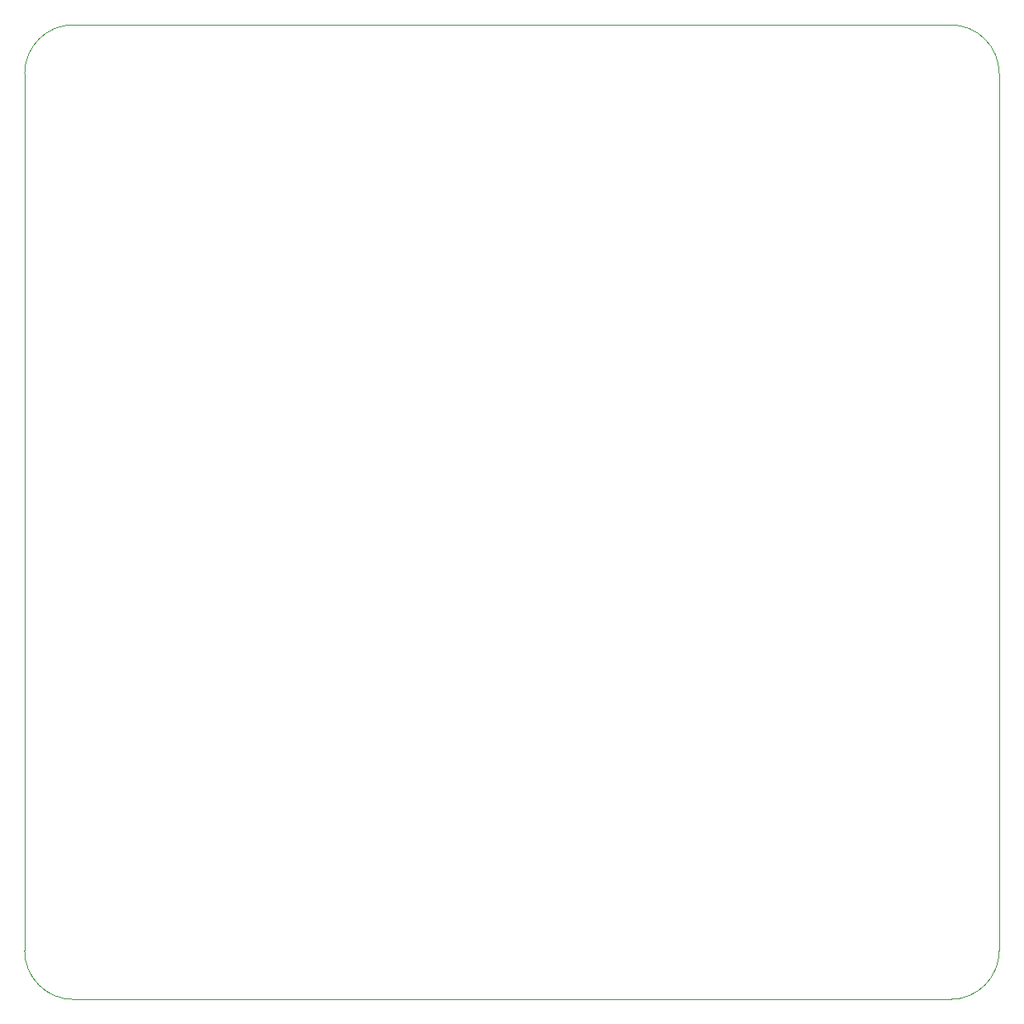
<source format=gbr>
%TF.GenerationSoftware,KiCad,Pcbnew,5.1.7-a382d34a8~87~ubuntu20.04.1*%
%TF.CreationDate,2020-10-04T21:46:04+03:00*%
%TF.ProjectId,GB-CARTPP-DIY,47422d43-4152-4545-9050-2d4449592e6b,v1.1*%
%TF.SameCoordinates,Original*%
%TF.FileFunction,Profile,NP*%
%FSLAX46Y46*%
G04 Gerber Fmt 4.6, Leading zero omitted, Abs format (unit mm)*
G04 Created by KiCad (PCBNEW 5.1.7-a382d34a8~87~ubuntu20.04.1) date 2020-10-04 21:46:04*
%MOMM*%
%LPD*%
G01*
G04 APERTURE LIST*
%TA.AperFunction,Profile*%
%ADD10C,0.050000*%
%TD*%
G04 APERTURE END LIST*
D10*
X150000000Y-145000000D02*
G75*
G02*
X145000000Y-150000000I-5000000J0D01*
G01*
X55000000Y-150000000D02*
G75*
G02*
X50000000Y-145000000I0J5000000D01*
G01*
X50000000Y-55000000D02*
G75*
G02*
X55000000Y-50000000I5000000J0D01*
G01*
X145000000Y-50000000D02*
G75*
G02*
X150000000Y-55000000I0J-5000000D01*
G01*
X145000000Y-50000000D02*
X55000000Y-50000000D01*
X150000000Y-145000000D02*
X150000000Y-55000000D01*
X55000000Y-150000000D02*
X145000000Y-150000000D01*
X50000000Y-55000000D02*
X50000000Y-145000000D01*
M02*

</source>
